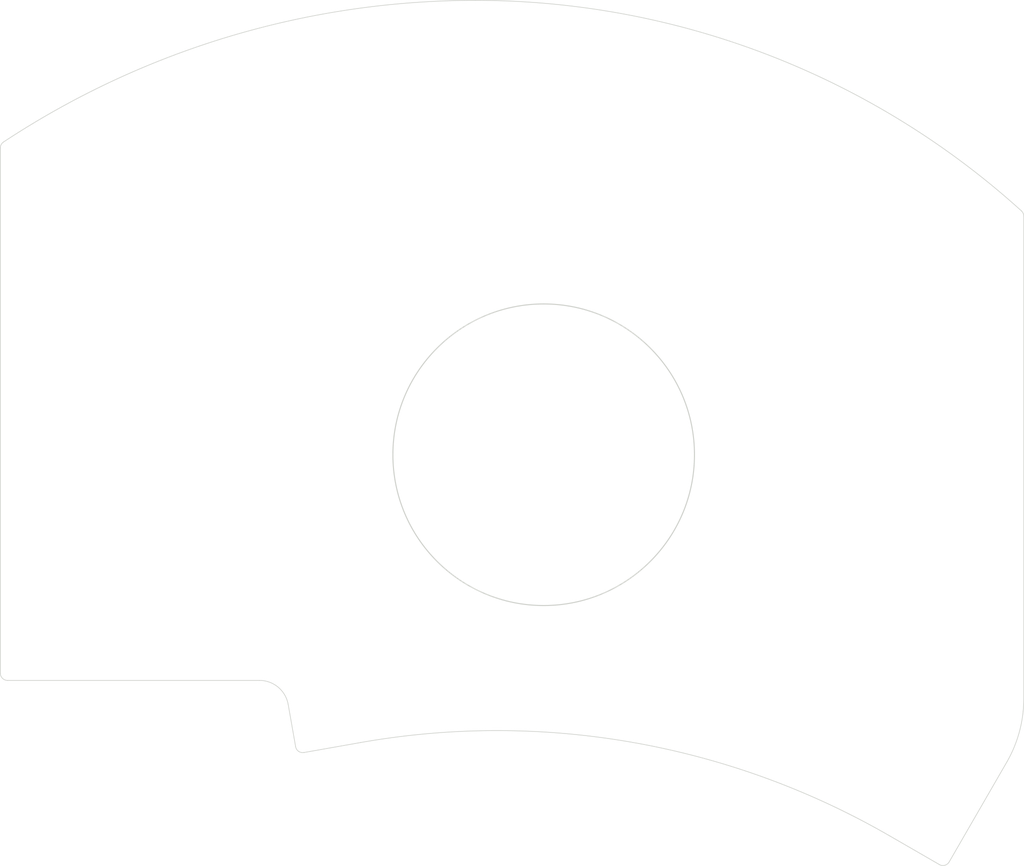
<source format=kicad_pcb>
(kicad_pcb (version 20211014) (generator pcbnew)
  (title_block (title "Ursula") (date "2021-11-25") (rev "0.4") (company "jmnw"))
  (layers (0 "F.Cu" signal) (31 "B.Cu" signal) (34 "B.Paste" user) (35 "F.Paste" user) (36 "B.SilkS" user "B.Silkscreen") (37 "F.SilkS" user "F.Silkscreen") (38 "B.Mask" user) (39 "F.Mask" user) (44 "Edge.Cuts" user))
  (net 0 "")
  (footprint "jmnw:M2_hole_2.3mm" (layer "F.Cu") (at 154.475643 136.74246)
    (fp_text reference "H9" hide)
    (fp_text value "Spacer hole" hide)
    (pad "" np_thru_hole circle locked (at 0 0) (size 2.3 2.3) (drill 2.3) (layers *.Cu *.Mask))
  )
  (footprint "jmnw:M2_hole_2.3mm" (layer "F.Cu") (at 71.402765 93.17237)
    (fp_text reference "H4" hide)
    (fp_text value "Spacer hole" hide)
    (pad "" np_thru_hole circle locked (at 0 0) (size 2.3 2.3) (drill 2.3) (layers *.Cu *.Mask))
  )
  (footprint "jmnw:M2_hole_2.3mm" (layer "F.Cu") (at 52.352358 72.228834)
    (fp_text reference "H1" hide)
    (fp_text value "Spacer hole" hide)
    (pad "" np_thru_hole circle locked (at 0 0) (size 2.3 2.3) (drill 2.3) (layers *.Cu *.Mask))
  )
  (footprint "jmnw:M2_hole_2.3mm" (layer "F.Cu") (at 128.552364 59.529825)
    (fp_text reference "H6" hide)
    (fp_text value "Spacer hole" hide)
    (pad "" np_thru_hole circle locked (at 0 0) (size 2.3 2.3) (drill 2.3) (layers *.Cu *.Mask))
  )
  (footprint "jmnw:M2_hole_2.3mm" (layer "F.Cu") (at 50.452365 112.228833)
    (fp_text reference "H3" hide)
    (fp_text value "Spacer hole" hide)
    (pad "" np_thru_hole circle locked (at 0 0) (size 2.3 2.3) (drill 2.3) (layers *.Cu *.Mask))
  )
  (footprint "jmnw:M2_hole_2.3mm" (layer "F.Cu") (at 113.613443 125.794356)
    (fp_text reference "H8" hide)
    (fp_text value "Spacer hole" hide)
    (pad "" np_thru_hole circle locked (at 0 0) (size 2.3 2.3) (drill 2.3) (layers *.Cu *.Mask))
  )
  (gr_arc (start 99.977261 36.029038) (mid 140.74876 43.614529) (end 176.062159 65.358922) (layer "Edge.Cuts") (width 0.1))
  (gr_line (start 33.802159 56.578922) (end 33.802168 129.778168) (layer "Edge.Cuts") (width 0.1))
  (gr_line (start 176.39155 133.32744) (end 176.391159 66.104921) (layer "Edge.Cuts") (width 0.1))
  (gr_line (start 74.941914 140.01521) (end 73.905528 134.137265) (layer "Edge.Cuts") (width 0.1))
  (gr_arc (start 176.39155 133.32744) (mid 175.788903 137.905005) (end 174.022029 142.170617) (layer "Edge.Cuts") (width 0.1))
  (gr_arc (start 165.997155 156.070476) (mid 165.389939 156.536398) (end 164.631116 156.436492) (layer "Edge.Cuts") (width 0.1))
  (gr_arc (start 69.902563 130.77849) (mid 72.515269 131.729426) (end 73.905528 134.137265) (layer "Edge.Cuts") (width 0.1))
  (gr_line (start 174.022029 142.170617) (end 165.997151 156.070467) (layer "Edge.Cuts") (width 0.1))
  (gr_arc (start 33.802159 56.578922) (mid 33.91354 56.127146) (end 34.22216 55.778921) (layer "Edge.Cuts") (width 0.1))
  (gr_line (start 84.00151 139.433009) (end 76.100361 140.826374) (layer "Edge.Cuts") (width 0.1))
  (gr_arc (start 176.062159 65.358922) (mid 176.305262 65.697256) (end 176.391159 66.104921) (layer "Edge.Cuts") (width 0.1))
  (gr_arc (start 76.100369 140.826364) (mid 75.353146 140.660711) (end 74.941914 140.01521) (layer "Edge.Cuts") (width 0.1))
  (gr_circle (center 109.502363 99.337329) (end 130.512764 99.337329) (layer "Edge.Cuts") (width 0.15) (fill none))
  (gr_line (start 164.631116 156.436492) (end 157.680852 152.424171) (layer "Edge.Cuts") (width 0.1))
  (gr_arc (start 34.22216 55.778921) (mid 65.65031 41.078359) (end 99.977261 36.029038) (layer "Edge.Cuts") (width 0.1))
  (gr_line (start 34.802148 130.778168) (end 69.902572 130.778487) (layer "Edge.Cuts") (width 0.1))
  (gr_arc (start 84.001516 139.433009) (mid 121.986573 139.432518) (end 157.680852 152.424171) (layer "Edge.Cuts") (width 0.1))
  (gr_arc (start 34.802148 130.778168) (mid 34.095053 130.48527) (end 33.802168 129.778168) (layer "Edge.Cuts") (width 0.1))
)
</source>
